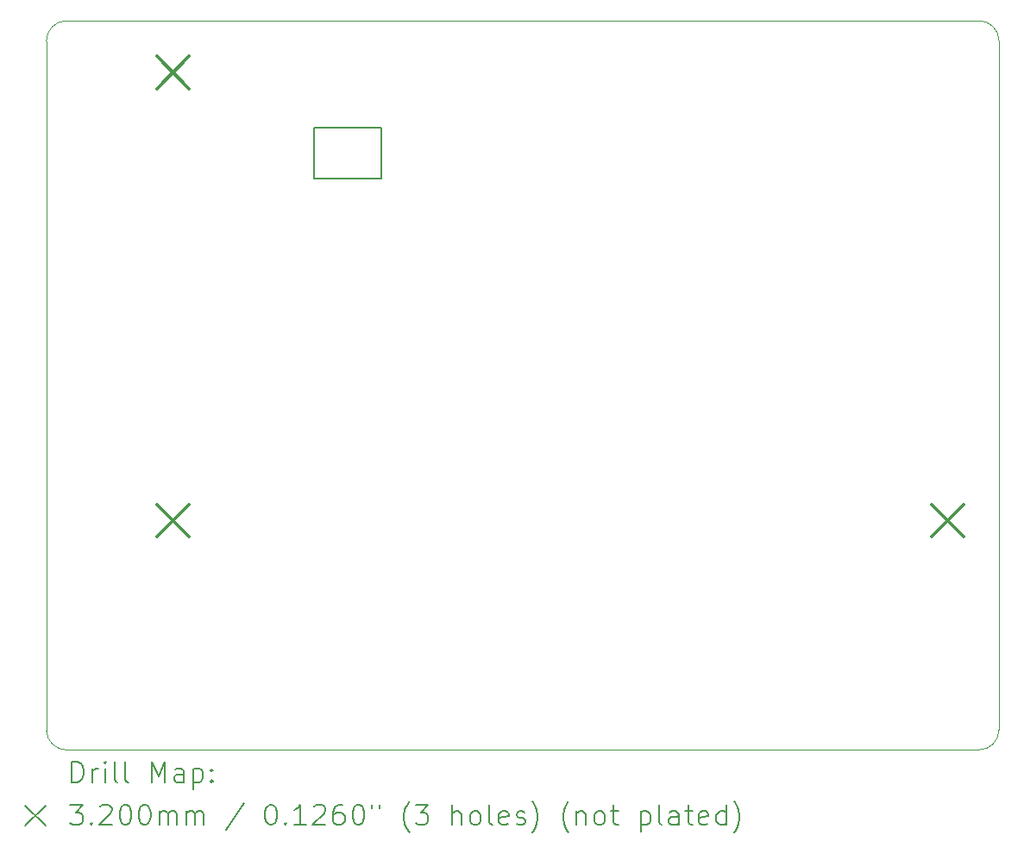
<source format=gbr>
%TF.GenerationSoftware,KiCad,Pcbnew,(6.0.11)*%
%TF.CreationDate,2024-03-19T14:29:23-04:00*%
%TF.ProjectId,Ultrasonic Sound Steering - Remote Rev. B,556c7472-6173-46f6-9e69-6320536f756e,rev?*%
%TF.SameCoordinates,Original*%
%TF.FileFunction,Drillmap*%
%TF.FilePolarity,Positive*%
%FSLAX45Y45*%
G04 Gerber Fmt 4.5, Leading zero omitted, Abs format (unit mm)*
G04 Created by KiCad (PCBNEW (6.0.11)) date 2024-03-19 14:29:23*
%MOMM*%
%LPD*%
G01*
G04 APERTURE LIST*
%ADD10C,0.100000*%
%ADD11C,0.200000*%
%ADD12C,0.320000*%
G04 APERTURE END LIST*
D10*
X19201250Y-11407500D02*
X10250000Y-11407500D01*
D11*
X12675000Y-5297500D02*
X13340000Y-5297500D01*
X13340000Y-5297500D02*
X13340000Y-5797500D01*
X13340000Y-5797500D02*
X12675000Y-5797500D01*
X12675000Y-5797500D02*
X12675000Y-5297500D01*
D10*
X10049994Y-11217500D02*
G75*
G03*
X10250000Y-11407500I200007J10270D01*
G01*
X10249000Y-4250419D02*
G75*
G03*
X10050000Y-4449843I-160J-198841D01*
G01*
X19400421Y-4449000D02*
G75*
G03*
X19201000Y-4250000I-198841J160D01*
G01*
X19201250Y-11407501D02*
G75*
G03*
X19400250Y-11208079I160J198841D01*
G01*
X10249000Y-4250421D02*
X19201000Y-4250000D01*
X10050000Y-11217500D02*
X10050000Y-4449843D01*
X19400421Y-4449000D02*
X19399750Y-7650000D01*
X19399750Y-7650000D02*
X19400250Y-11208079D01*
D11*
D12*
X11133400Y-4597300D02*
X11453400Y-4917300D01*
X11453400Y-4597300D02*
X11133400Y-4917300D01*
X11133400Y-8997300D02*
X11453400Y-9317300D01*
X11453400Y-8997300D02*
X11133400Y-9317300D01*
X18736100Y-8997300D02*
X19056100Y-9317300D01*
X19056100Y-8997300D02*
X18736100Y-9317300D01*
D11*
X10302618Y-11722976D02*
X10302618Y-11522976D01*
X10350237Y-11522976D01*
X10378809Y-11532500D01*
X10397856Y-11551548D01*
X10407380Y-11570595D01*
X10416904Y-11608690D01*
X10416904Y-11637262D01*
X10407380Y-11675357D01*
X10397856Y-11694405D01*
X10378809Y-11713452D01*
X10350237Y-11722976D01*
X10302618Y-11722976D01*
X10502618Y-11722976D02*
X10502618Y-11589643D01*
X10502618Y-11627738D02*
X10512142Y-11608690D01*
X10521666Y-11599167D01*
X10540713Y-11589643D01*
X10559761Y-11589643D01*
X10626428Y-11722976D02*
X10626428Y-11589643D01*
X10626428Y-11522976D02*
X10616904Y-11532500D01*
X10626428Y-11542024D01*
X10635951Y-11532500D01*
X10626428Y-11522976D01*
X10626428Y-11542024D01*
X10750237Y-11722976D02*
X10731190Y-11713452D01*
X10721666Y-11694405D01*
X10721666Y-11522976D01*
X10854999Y-11722976D02*
X10835951Y-11713452D01*
X10826428Y-11694405D01*
X10826428Y-11522976D01*
X11083571Y-11722976D02*
X11083571Y-11522976D01*
X11150237Y-11665833D01*
X11216904Y-11522976D01*
X11216904Y-11722976D01*
X11397856Y-11722976D02*
X11397856Y-11618214D01*
X11388332Y-11599167D01*
X11369285Y-11589643D01*
X11331189Y-11589643D01*
X11312142Y-11599167D01*
X11397856Y-11713452D02*
X11378809Y-11722976D01*
X11331189Y-11722976D01*
X11312142Y-11713452D01*
X11302618Y-11694405D01*
X11302618Y-11675357D01*
X11312142Y-11656309D01*
X11331189Y-11646786D01*
X11378809Y-11646786D01*
X11397856Y-11637262D01*
X11493094Y-11589643D02*
X11493094Y-11789643D01*
X11493094Y-11599167D02*
X11512142Y-11589643D01*
X11550237Y-11589643D01*
X11569285Y-11599167D01*
X11578809Y-11608690D01*
X11588332Y-11627738D01*
X11588332Y-11684881D01*
X11578809Y-11703928D01*
X11569285Y-11713452D01*
X11550237Y-11722976D01*
X11512142Y-11722976D01*
X11493094Y-11713452D01*
X11674047Y-11703928D02*
X11683570Y-11713452D01*
X11674047Y-11722976D01*
X11664523Y-11713452D01*
X11674047Y-11703928D01*
X11674047Y-11722976D01*
X11674047Y-11599167D02*
X11683570Y-11608690D01*
X11674047Y-11618214D01*
X11664523Y-11608690D01*
X11674047Y-11599167D01*
X11674047Y-11618214D01*
X9844999Y-11952500D02*
X10044999Y-12152500D01*
X10044999Y-11952500D02*
X9844999Y-12152500D01*
X10283571Y-11942976D02*
X10407380Y-11942976D01*
X10340713Y-12019167D01*
X10369285Y-12019167D01*
X10388332Y-12028690D01*
X10397856Y-12038214D01*
X10407380Y-12057262D01*
X10407380Y-12104881D01*
X10397856Y-12123928D01*
X10388332Y-12133452D01*
X10369285Y-12142976D01*
X10312142Y-12142976D01*
X10293094Y-12133452D01*
X10283571Y-12123928D01*
X10493094Y-12123928D02*
X10502618Y-12133452D01*
X10493094Y-12142976D01*
X10483571Y-12133452D01*
X10493094Y-12123928D01*
X10493094Y-12142976D01*
X10578809Y-11962024D02*
X10588332Y-11952500D01*
X10607380Y-11942976D01*
X10654999Y-11942976D01*
X10674047Y-11952500D01*
X10683571Y-11962024D01*
X10693094Y-11981071D01*
X10693094Y-12000119D01*
X10683571Y-12028690D01*
X10569285Y-12142976D01*
X10693094Y-12142976D01*
X10816904Y-11942976D02*
X10835951Y-11942976D01*
X10854999Y-11952500D01*
X10864523Y-11962024D01*
X10874047Y-11981071D01*
X10883571Y-12019167D01*
X10883571Y-12066786D01*
X10874047Y-12104881D01*
X10864523Y-12123928D01*
X10854999Y-12133452D01*
X10835951Y-12142976D01*
X10816904Y-12142976D01*
X10797856Y-12133452D01*
X10788332Y-12123928D01*
X10778809Y-12104881D01*
X10769285Y-12066786D01*
X10769285Y-12019167D01*
X10778809Y-11981071D01*
X10788332Y-11962024D01*
X10797856Y-11952500D01*
X10816904Y-11942976D01*
X11007380Y-11942976D02*
X11026428Y-11942976D01*
X11045475Y-11952500D01*
X11054999Y-11962024D01*
X11064523Y-11981071D01*
X11074047Y-12019167D01*
X11074047Y-12066786D01*
X11064523Y-12104881D01*
X11054999Y-12123928D01*
X11045475Y-12133452D01*
X11026428Y-12142976D01*
X11007380Y-12142976D01*
X10988332Y-12133452D01*
X10978809Y-12123928D01*
X10969285Y-12104881D01*
X10959761Y-12066786D01*
X10959761Y-12019167D01*
X10969285Y-11981071D01*
X10978809Y-11962024D01*
X10988332Y-11952500D01*
X11007380Y-11942976D01*
X11159761Y-12142976D02*
X11159761Y-12009643D01*
X11159761Y-12028690D02*
X11169285Y-12019167D01*
X11188332Y-12009643D01*
X11216904Y-12009643D01*
X11235951Y-12019167D01*
X11245475Y-12038214D01*
X11245475Y-12142976D01*
X11245475Y-12038214D02*
X11254999Y-12019167D01*
X11274047Y-12009643D01*
X11302618Y-12009643D01*
X11321666Y-12019167D01*
X11331189Y-12038214D01*
X11331189Y-12142976D01*
X11426428Y-12142976D02*
X11426428Y-12009643D01*
X11426428Y-12028690D02*
X11435951Y-12019167D01*
X11454999Y-12009643D01*
X11483570Y-12009643D01*
X11502618Y-12019167D01*
X11512142Y-12038214D01*
X11512142Y-12142976D01*
X11512142Y-12038214D02*
X11521666Y-12019167D01*
X11540713Y-12009643D01*
X11569285Y-12009643D01*
X11588332Y-12019167D01*
X11597856Y-12038214D01*
X11597856Y-12142976D01*
X11988332Y-11933452D02*
X11816904Y-12190595D01*
X12245475Y-11942976D02*
X12264523Y-11942976D01*
X12283570Y-11952500D01*
X12293094Y-11962024D01*
X12302618Y-11981071D01*
X12312142Y-12019167D01*
X12312142Y-12066786D01*
X12302618Y-12104881D01*
X12293094Y-12123928D01*
X12283570Y-12133452D01*
X12264523Y-12142976D01*
X12245475Y-12142976D01*
X12226428Y-12133452D01*
X12216904Y-12123928D01*
X12207380Y-12104881D01*
X12197856Y-12066786D01*
X12197856Y-12019167D01*
X12207380Y-11981071D01*
X12216904Y-11962024D01*
X12226428Y-11952500D01*
X12245475Y-11942976D01*
X12397856Y-12123928D02*
X12407380Y-12133452D01*
X12397856Y-12142976D01*
X12388332Y-12133452D01*
X12397856Y-12123928D01*
X12397856Y-12142976D01*
X12597856Y-12142976D02*
X12483570Y-12142976D01*
X12540713Y-12142976D02*
X12540713Y-11942976D01*
X12521666Y-11971548D01*
X12502618Y-11990595D01*
X12483570Y-12000119D01*
X12674047Y-11962024D02*
X12683570Y-11952500D01*
X12702618Y-11942976D01*
X12750237Y-11942976D01*
X12769285Y-11952500D01*
X12778809Y-11962024D01*
X12788332Y-11981071D01*
X12788332Y-12000119D01*
X12778809Y-12028690D01*
X12664523Y-12142976D01*
X12788332Y-12142976D01*
X12959761Y-11942976D02*
X12921666Y-11942976D01*
X12902618Y-11952500D01*
X12893094Y-11962024D01*
X12874047Y-11990595D01*
X12864523Y-12028690D01*
X12864523Y-12104881D01*
X12874047Y-12123928D01*
X12883570Y-12133452D01*
X12902618Y-12142976D01*
X12940713Y-12142976D01*
X12959761Y-12133452D01*
X12969285Y-12123928D01*
X12978809Y-12104881D01*
X12978809Y-12057262D01*
X12969285Y-12038214D01*
X12959761Y-12028690D01*
X12940713Y-12019167D01*
X12902618Y-12019167D01*
X12883570Y-12028690D01*
X12874047Y-12038214D01*
X12864523Y-12057262D01*
X13102618Y-11942976D02*
X13121666Y-11942976D01*
X13140713Y-11952500D01*
X13150237Y-11962024D01*
X13159761Y-11981071D01*
X13169285Y-12019167D01*
X13169285Y-12066786D01*
X13159761Y-12104881D01*
X13150237Y-12123928D01*
X13140713Y-12133452D01*
X13121666Y-12142976D01*
X13102618Y-12142976D01*
X13083570Y-12133452D01*
X13074047Y-12123928D01*
X13064523Y-12104881D01*
X13054999Y-12066786D01*
X13054999Y-12019167D01*
X13064523Y-11981071D01*
X13074047Y-11962024D01*
X13083570Y-11952500D01*
X13102618Y-11942976D01*
X13245475Y-11942976D02*
X13245475Y-11981071D01*
X13321666Y-11942976D02*
X13321666Y-11981071D01*
X13616904Y-12219167D02*
X13607380Y-12209643D01*
X13588332Y-12181071D01*
X13578809Y-12162024D01*
X13569285Y-12133452D01*
X13559761Y-12085833D01*
X13559761Y-12047738D01*
X13569285Y-12000119D01*
X13578809Y-11971548D01*
X13588332Y-11952500D01*
X13607380Y-11923928D01*
X13616904Y-11914405D01*
X13674047Y-11942976D02*
X13797856Y-11942976D01*
X13731189Y-12019167D01*
X13759761Y-12019167D01*
X13778809Y-12028690D01*
X13788332Y-12038214D01*
X13797856Y-12057262D01*
X13797856Y-12104881D01*
X13788332Y-12123928D01*
X13778809Y-12133452D01*
X13759761Y-12142976D01*
X13702618Y-12142976D01*
X13683570Y-12133452D01*
X13674047Y-12123928D01*
X14035951Y-12142976D02*
X14035951Y-11942976D01*
X14121666Y-12142976D02*
X14121666Y-12038214D01*
X14112142Y-12019167D01*
X14093094Y-12009643D01*
X14064523Y-12009643D01*
X14045475Y-12019167D01*
X14035951Y-12028690D01*
X14245475Y-12142976D02*
X14226428Y-12133452D01*
X14216904Y-12123928D01*
X14207380Y-12104881D01*
X14207380Y-12047738D01*
X14216904Y-12028690D01*
X14226428Y-12019167D01*
X14245475Y-12009643D01*
X14274047Y-12009643D01*
X14293094Y-12019167D01*
X14302618Y-12028690D01*
X14312142Y-12047738D01*
X14312142Y-12104881D01*
X14302618Y-12123928D01*
X14293094Y-12133452D01*
X14274047Y-12142976D01*
X14245475Y-12142976D01*
X14426428Y-12142976D02*
X14407380Y-12133452D01*
X14397856Y-12114405D01*
X14397856Y-11942976D01*
X14578809Y-12133452D02*
X14559761Y-12142976D01*
X14521666Y-12142976D01*
X14502618Y-12133452D01*
X14493094Y-12114405D01*
X14493094Y-12038214D01*
X14502618Y-12019167D01*
X14521666Y-12009643D01*
X14559761Y-12009643D01*
X14578809Y-12019167D01*
X14588332Y-12038214D01*
X14588332Y-12057262D01*
X14493094Y-12076309D01*
X14664523Y-12133452D02*
X14683570Y-12142976D01*
X14721666Y-12142976D01*
X14740713Y-12133452D01*
X14750237Y-12114405D01*
X14750237Y-12104881D01*
X14740713Y-12085833D01*
X14721666Y-12076309D01*
X14693094Y-12076309D01*
X14674047Y-12066786D01*
X14664523Y-12047738D01*
X14664523Y-12038214D01*
X14674047Y-12019167D01*
X14693094Y-12009643D01*
X14721666Y-12009643D01*
X14740713Y-12019167D01*
X14816904Y-12219167D02*
X14826428Y-12209643D01*
X14845475Y-12181071D01*
X14854999Y-12162024D01*
X14864523Y-12133452D01*
X14874047Y-12085833D01*
X14874047Y-12047738D01*
X14864523Y-12000119D01*
X14854999Y-11971548D01*
X14845475Y-11952500D01*
X14826428Y-11923928D01*
X14816904Y-11914405D01*
X15178809Y-12219167D02*
X15169285Y-12209643D01*
X15150237Y-12181071D01*
X15140713Y-12162024D01*
X15131189Y-12133452D01*
X15121666Y-12085833D01*
X15121666Y-12047738D01*
X15131189Y-12000119D01*
X15140713Y-11971548D01*
X15150237Y-11952500D01*
X15169285Y-11923928D01*
X15178809Y-11914405D01*
X15254999Y-12009643D02*
X15254999Y-12142976D01*
X15254999Y-12028690D02*
X15264523Y-12019167D01*
X15283570Y-12009643D01*
X15312142Y-12009643D01*
X15331189Y-12019167D01*
X15340713Y-12038214D01*
X15340713Y-12142976D01*
X15464523Y-12142976D02*
X15445475Y-12133452D01*
X15435951Y-12123928D01*
X15426428Y-12104881D01*
X15426428Y-12047738D01*
X15435951Y-12028690D01*
X15445475Y-12019167D01*
X15464523Y-12009643D01*
X15493094Y-12009643D01*
X15512142Y-12019167D01*
X15521666Y-12028690D01*
X15531189Y-12047738D01*
X15531189Y-12104881D01*
X15521666Y-12123928D01*
X15512142Y-12133452D01*
X15493094Y-12142976D01*
X15464523Y-12142976D01*
X15588332Y-12009643D02*
X15664523Y-12009643D01*
X15616904Y-11942976D02*
X15616904Y-12114405D01*
X15626428Y-12133452D01*
X15645475Y-12142976D01*
X15664523Y-12142976D01*
X15883570Y-12009643D02*
X15883570Y-12209643D01*
X15883570Y-12019167D02*
X15902618Y-12009643D01*
X15940713Y-12009643D01*
X15959761Y-12019167D01*
X15969285Y-12028690D01*
X15978809Y-12047738D01*
X15978809Y-12104881D01*
X15969285Y-12123928D01*
X15959761Y-12133452D01*
X15940713Y-12142976D01*
X15902618Y-12142976D01*
X15883570Y-12133452D01*
X16093094Y-12142976D02*
X16074047Y-12133452D01*
X16064523Y-12114405D01*
X16064523Y-11942976D01*
X16254999Y-12142976D02*
X16254999Y-12038214D01*
X16245475Y-12019167D01*
X16226428Y-12009643D01*
X16188332Y-12009643D01*
X16169285Y-12019167D01*
X16254999Y-12133452D02*
X16235951Y-12142976D01*
X16188332Y-12142976D01*
X16169285Y-12133452D01*
X16159761Y-12114405D01*
X16159761Y-12095357D01*
X16169285Y-12076309D01*
X16188332Y-12066786D01*
X16235951Y-12066786D01*
X16254999Y-12057262D01*
X16321666Y-12009643D02*
X16397856Y-12009643D01*
X16350237Y-11942976D02*
X16350237Y-12114405D01*
X16359761Y-12133452D01*
X16378809Y-12142976D01*
X16397856Y-12142976D01*
X16540713Y-12133452D02*
X16521666Y-12142976D01*
X16483570Y-12142976D01*
X16464523Y-12133452D01*
X16454999Y-12114405D01*
X16454999Y-12038214D01*
X16464523Y-12019167D01*
X16483570Y-12009643D01*
X16521666Y-12009643D01*
X16540713Y-12019167D01*
X16550237Y-12038214D01*
X16550237Y-12057262D01*
X16454999Y-12076309D01*
X16721666Y-12142976D02*
X16721666Y-11942976D01*
X16721666Y-12133452D02*
X16702618Y-12142976D01*
X16664523Y-12142976D01*
X16645475Y-12133452D01*
X16635951Y-12123928D01*
X16626428Y-12104881D01*
X16626428Y-12047738D01*
X16635951Y-12028690D01*
X16645475Y-12019167D01*
X16664523Y-12009643D01*
X16702618Y-12009643D01*
X16721666Y-12019167D01*
X16797856Y-12219167D02*
X16807380Y-12209643D01*
X16826428Y-12181071D01*
X16835951Y-12162024D01*
X16845475Y-12133452D01*
X16854999Y-12085833D01*
X16854999Y-12047738D01*
X16845475Y-12000119D01*
X16835951Y-11971548D01*
X16826428Y-11952500D01*
X16807380Y-11923928D01*
X16797856Y-11914405D01*
M02*

</source>
